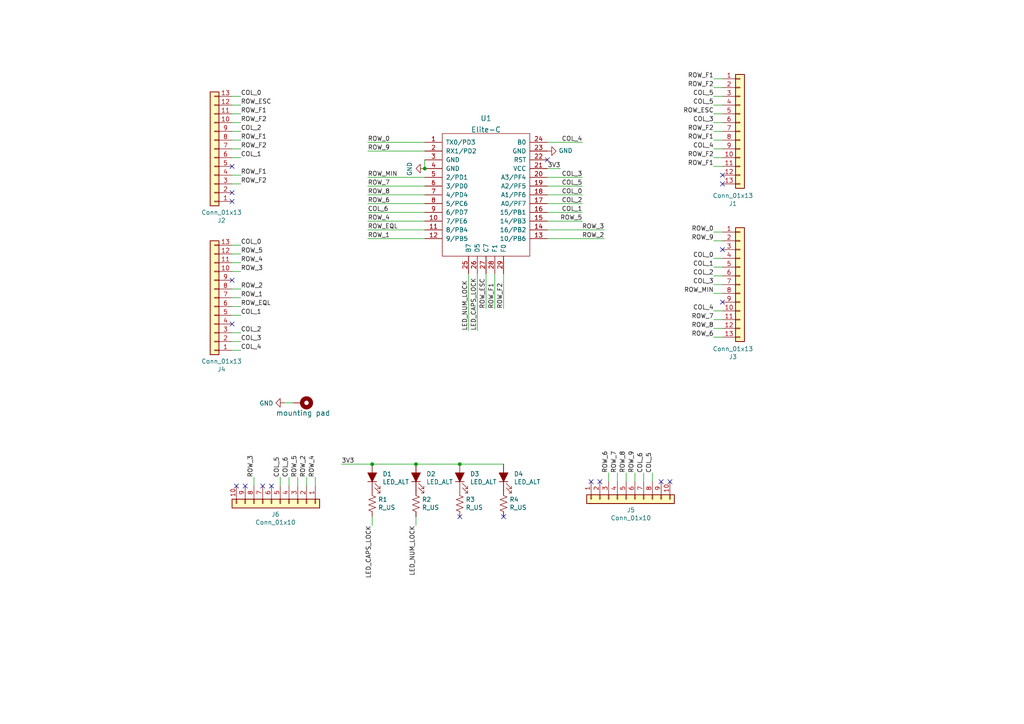
<source format=kicad_sch>
(kicad_sch (version 20211123) (generator eeschema)
  (paper "A4")
  (lib_symbols
    (symbol "Mechanical:MountingHole_Pad" (pin_numbers hide) (pin_names (offset 1.016) hide)
      (property "Reference" "H" (at 0 6.35 0))
      (property "Value" "MountingHole_Pad" (at 0 4.445 0))
      (symbol "MountingHole_Pad_0_1"
        (circle (center 0 1.27) (radius 1.27) (stroke (width 1.27)))
      )
      (symbol "MountingHole_Pad_1_1"
        (pin input line (at 0 -2.54 90) (length 2.54) (name "1") (number "1"))
      )
    )
    (symbol "keebio:Elite-C" (pin_names (offset 1.016))
      (property "Reference" "U" (at 0 0 0))
      (property "Value" "Elite-C" (at 0 2.54 0))
      (symbol "Elite-C_0_1"
        (rectangle (start 12.7 -19.05) (end -12.7 16.51))
      )
      (symbol "Elite-C_1_1"
        (pin input line (at -17.78 13.97 0) (length 5.08) (name "TX0/PD3") (number "1"))
        (pin input line (at -17.78 -8.89 0) (length 5.08) (name "7/PE6") (number "10"))
        (pin input line (at -17.78 -11.43 0) (length 5.08) (name "8/PB4") (number "11"))
        (pin input line (at -17.78 -13.97 0) (length 5.08) (name "9/PB5") (number "12"))
        (pin input line (at 17.78 -13.97 180) (length 5.08) (name "10/PB6") (number "13"))
        (pin input line (at 17.78 -11.43 180) (length 5.08) (name "16/PB2") (number "14"))
        (pin input line (at 17.78 -8.89 180) (length 5.08) (name "14/PB3") (number "15"))
        (pin input line (at 17.78 -6.35 180) (length 5.08) (name "15/PB1") (number "16"))
        (pin input line (at 17.78 -3.81 180) (length 5.08) (name "A0/PF7") (number "17"))
        (pin input line (at 17.78 -1.27 180) (length 5.08) (name "A1/PF6") (number "18"))
        (pin input line (at 17.78 1.27 180) (length 5.08) (name "A2/PF5") (number "19"))
        (pin input line (at -17.78 11.43 0) (length 5.08) (name "RX1/PD2") (number "2"))
        (pin input line (at 17.78 3.81 180) (length 5.08) (name "A3/PF4") (number "20"))
        (pin input line (at 17.78 6.35 180) (length 5.08) (name "VCC") (number "21"))
        (pin input line (at 17.78 8.89 180) (length 5.08) (name "RST") (number "22"))
        (pin input line (at 17.78 11.43 180) (length 5.08) (name "GND") (number "23"))
        (pin input line (at 17.78 13.97 180) (length 5.08) (name "B0") (number "24"))
        (pin input line (at -5.08 -24.13 90) (length 5.08) (name "B7") (number "25"))
        (pin input line (at -2.54 -24.13 90) (length 5.08) (name "D5") (number "26"))
        (pin input line (at 0 -24.13 90) (length 5.08) (name "C7") (number "27"))
        (pin input line (at 2.54 -24.13 90) (length 5.08) (name "F1") (number "28"))
        (pin input line (at 5.08 -24.13 90) (length 5.08) (name "F0") (number "29"))
        (pin input line (at -17.78 8.89 0) (length 5.08) (name "GND") (number "3"))
        (pin input line (at -17.78 6.35 0) (length 5.08) (name "GND") (number "4"))
        (pin input line (at -17.78 3.81 0) (length 5.08) (name "2/PD1") (number "5"))
        (pin input line (at -17.78 1.27 0) (length 5.08) (name "3/PD0") (number "6"))
        (pin input line (at -17.78 -1.27 0) (length 5.08) (name "4/PD4") (number "7"))
        (pin input line (at -17.78 -3.81 0) (length 5.08) (name "5/PC6") (number "8"))
        (pin input line (at -17.78 -6.35 0) (length 5.08) (name "6/PD7") (number "9"))
      )
    )
    (symbol "kicad_port-rescue:Conn_01x10-Connector_Generic" (pin_names (offset 1.016) hide)
      (property "Reference" "J" (at 0 12.7 0))
      (property "Value" "kicad_port-rescue_Conn_01x10-Connector_Generic" (at 0 -15.24 0))
      (symbol "Conn_01x10-Connector_Generic_1_1"
        (rectangle (start -1.27 -12.573) (end 0 -12.827) (stroke (width 0.1524)))
        (rectangle (start -1.27 -10.033) (end 0 -10.287) (stroke (width 0.1524)))
        (rectangle (start -1.27 -7.493) (end 0 -7.747) (stroke (width 0.1524)))
        (rectangle (start -1.27 -4.953) (end 0 -5.207) (stroke (width 0.1524)))
        (rectangle (start -1.27 -2.413) (end 0 -2.667) (stroke (width 0.1524)))
        (rectangle (start -1.27 0.127) (end 0 -0.127) (stroke (width 0.1524)))
        (rectangle (start -1.27 2.667) (end 0 2.413) (stroke (width 0.1524)))
        (rectangle (start -1.27 5.207) (end 0 4.953) (stroke (width 0.1524)))
        (rectangle (start -1.27 7.747) (end 0 7.493) (stroke (width 0.1524)))
        (rectangle (start -1.27 10.287) (end 0 10.033) (stroke (width 0.1524)))
        (rectangle (start -1.27 11.43) (end 1.27 -13.97) (stroke (width 0.254)) (fill (type background)))
        (pin passive line (at -5.08 10.16 0) (length 3.81) (name "Pin_1") (number "1"))
        (pin passive line (at -5.08 -12.7 0) (length 3.81) (name "Pin_10") (number "10"))
        (pin passive line (at -5.08 7.62 0) (length 3.81) (name "Pin_2") (number "2"))
        (pin passive line (at -5.08 5.08 0) (length 3.81) (name "Pin_3") (number "3"))
        (pin passive line (at -5.08 2.54 0) (length 3.81) (name "Pin_4") (number "4"))
        (pin passive line (at -5.08 0 0) (length 3.81) (name "Pin_5") (number "5"))
        (pin passive line (at -5.08 -2.54 0) (length 3.81) (name "Pin_6") (number "6"))
        (pin passive line (at -5.08 -5.08 0) (length 3.81) (name "Pin_7") (number "7"))
        (pin passive line (at -5.08 -7.62 0) (length 3.81) (name "Pin_8") (number "8"))
        (pin passive line (at -5.08 -10.16 0) (length 3.81) (name "Pin_9") (number "9"))
      )
    )
    (symbol "kicad_port-rescue:Conn_01x13-Connector_Generic" (pin_names (offset 1.016) hide)
      (property "Reference" "J" (at 0 17.78 0))
      (property "Value" "kicad_port-rescue_Conn_01x13-Connector_Generic" (at 0 -17.78 0))
      (symbol "Conn_01x13-Connector_Generic_1_1"
        (rectangle (start -1.27 -15.113) (end 0 -15.367) (stroke (width 0.1524)))
        (rectangle (start -1.27 -12.573) (end 0 -12.827) (stroke (width 0.1524)))
        (rectangle (start -1.27 -10.033) (end 0 -10.287) (stroke (width 0.1524)))
        (rectangle (start -1.27 -7.493) (end 0 -7.747) (stroke (width 0.1524)))
        (rectangle (start -1.27 -4.953) (end 0 -5.207) (stroke (width 0.1524)))
        (rectangle (start -1.27 -2.413) (end 0 -2.667) (stroke (width 0.1524)))
        (rectangle (start -1.27 0.127) (end 0 -0.127) (stroke (width 0.1524)))
        (rectangle (start -1.27 2.667) (end 0 2.413) (stroke (width 0.1524)))
        (rectangle (start -1.27 5.207) (end 0 4.953) (stroke (width 0.1524)))
        (rectangle (start -1.27 7.747) (end 0 7.493) (stroke (width 0.1524)))
        (rectangle (start -1.27 10.287) (end 0 10.033) (stroke (width 0.1524)))
        (rectangle (start -1.27 12.827) (end 0 12.573) (stroke (width 0.1524)))
        (rectangle (start -1.27 15.367) (end 0 15.113) (stroke (width 0.1524)))
        (rectangle (start -1.27 16.51) (end 1.27 -16.51) (stroke (width 0.254)) (fill (type background)))
        (pin passive line (at -5.08 15.24 0) (length 3.81) (name "Pin_1") (number "1"))
        (pin passive line (at -5.08 -7.62 0) (length 3.81) (name "Pin_10") (number "10"))
        (pin passive line (at -5.08 -10.16 0) (length 3.81) (name "Pin_11") (number "11"))
        (pin passive line (at -5.08 -12.7 0) (length 3.81) (name "Pin_12") (number "12"))
        (pin passive line (at -5.08 -15.24 0) (length 3.81) (name "Pin_13") (number "13"))
        (pin passive line (at -5.08 12.7 0) (length 3.81) (name "Pin_2") (number "2"))
        (pin passive line (at -5.08 10.16 0) (length 3.81) (name "Pin_3") (number "3"))
        (pin passive line (at -5.08 7.62 0) (length 3.81) (name "Pin_4") (number "4"))
        (pin passive line (at -5.08 5.08 0) (length 3.81) (name "Pin_5") (number "5"))
        (pin passive line (at -5.08 2.54 0) (length 3.81) (name "Pin_6") (number "6"))
        (pin passive line (at -5.08 0 0) (length 3.81) (name "Pin_7") (number "7"))
        (pin passive line (at -5.08 -2.54 0) (length 3.81) (name "Pin_8") (number "8"))
        (pin passive line (at -5.08 -5.08 0) (length 3.81) (name "Pin_9") (number "9"))
      )
    )
    (symbol "kicad_port-rescue:GND-power" (power) (pin_names (offset 0))
      (property "Value" "kicad_port-rescue_GND-power" (at 0 -3.81 0))
      (symbol "GND-power_0_1"
        (polyline (pts (xy 0 0) (xy 0 -1.27) (xy 1.27 -1.27) (xy 0 -2.54) (xy -1.27 -1.27) (xy 0 -1.27)))
      )
      (symbol "GND-power_1_1"
        (pin power_in line (at 0 0 270) (length 0) hide (name "GND") (number "1"))
      )
    )
    (symbol "kicad_port-rescue:LED_ALT-Device" (pin_numbers hide) (pin_names (offset 1.016) hide)
      (property "Reference" "D" (at 0 2.54 0))
      (property "Value" "kicad_port-rescue_LED_ALT-Device" (at 0 -2.54 0))
      (symbol "LED_ALT-Device_0_1"
        (polyline (pts (xy -1.27 -1.27) (xy -1.27 1.27)) (stroke (width 0.2032)))
        (polyline (pts (xy -1.27 0) (xy 1.27 0)))
        (polyline (pts (xy 1.27 -1.27) (xy 1.27 1.27) (xy -1.27 0) (xy 1.27 -1.27)) (stroke (width 0.2032)) (fill (type outline)))
        (polyline (pts (xy -3.048 -0.762) (xy -4.572 -2.286) (xy -3.81 -2.286) (xy -4.572 -2.286) (xy -4.572 -1.524)))
        (polyline (pts (xy -1.778 -0.762) (xy -3.302 -2.286) (xy -2.54 -2.286) (xy -3.302 -2.286) (xy -3.302 -1.524)))
      )
      (symbol "LED_ALT-Device_1_1"
        (pin passive line (at -3.81 0 0) (length 2.54) (name "K") (number "1"))
        (pin passive line (at 3.81 0 180) (length 2.54) (name "A") (number "2"))
      )
    )
    (symbol "kicad_port-rescue:R_US-Device" (pin_numbers hide) (pin_names (offset 0))
      (property "Reference" "R" (at 2.54 0 90))
      (property "Value" "kicad_port-rescue_R_US-Device" (at -2.54 0 90))
      (symbol "R_US-Device_0_1"
        (polyline (pts (xy 0 -2.286) (xy 0 -2.54)))
        (polyline (pts (xy 0 2.286) (xy 0 2.54)))
        (polyline (pts (xy 0 -0.762) (xy 1.016 -1.143) (xy 0 -1.524) (xy -1.016 -1.905) (xy 0 -2.286)))
        (polyline (pts (xy 0 0.762) (xy 1.016 0.381) (xy 0 0) (xy -1.016 -0.381) (xy 0 -0.762)))
        (polyline (pts (xy 0 2.286) (xy 1.016 1.905) (xy 0 1.524) (xy -1.016 1.143) (xy 0 0.762)))
      )
      (symbol "R_US-Device_1_1"
        (pin passive line (at 0 3.81 270) (length 1.27) (name "~") (number "1"))
        (pin passive line (at 0 -3.81 90) (length 1.27) (name "~") (number "2"))
      )
    )
    (symbol "power:GND" (power) (pin_names (offset 0))
      (property "Value" "GND" (at 0 -3.81 0))
      (symbol "GND_0_1"
        (polyline (pts (xy 0 0) (xy 0 -1.27) (xy 1.27 -1.27) (xy 0 -2.54) (xy -1.27 -1.27) (xy 0 -1.27)))
      )
      (symbol "GND_1_1"
        (pin power_in line (at 0 0 270) (length 0) hide (name "GND") (number "1"))
      )
    )
  )
  (junction (at 133.35 134.62))
  (junction (at 120.65 134.62))
  (junction (at 107.95 134.62))
  (junction (at 123.19 48.895))
  (no_connect (at 78.74 140.97))
  (no_connect (at 67.31 58.42))
  (no_connect (at 67.31 81.28))
  (no_connect (at 67.31 55.88))
  (no_connect (at 209.55 87.63))
  (no_connect (at 76.2 140.97))
  (no_connect (at 209.55 53.34))
  (no_connect (at 209.55 50.8))
  (no_connect (at 67.31 48.26))
  (no_connect (at 171.45 139.7))
  (no_connect (at 68.58 140.97))
  (no_connect (at 67.31 93.98))
  (no_connect (at 191.77 139.7))
  (no_connect (at 71.12 140.97))
  (no_connect (at 158.75 46.355))
  (no_connect (at 194.31 139.7))
  (no_connect (at 209.55 72.39))
  (no_connect (at 173.99 139.7))
  (no_connect (at 133.35 149.86))
  (no_connect (at 146.05 149.86))
  (wire (pts (xy 143.51 79.375) (xy 143.51 89.535)))
  (wire (pts (xy 67.31 96.52) (xy 69.85 96.52)))
  (wire (pts (xy 106.68 64.135) (xy 123.19 64.135)))
  (wire (pts (xy 207.01 43.18) (xy 209.55 43.18)))
  (wire (pts (xy 67.31 99.06) (xy 69.85 99.06)))
  (wire (pts (xy 67.31 91.44) (xy 69.85 91.44)))
  (wire (pts (xy 107.95 134.62) (xy 120.65 134.62)))
  (wire (pts (xy 88.9 140.97) (xy 88.9 138.43)))
  (wire (pts (xy 123.19 46.355) (xy 123.19 48.895)))
  (wire (pts (xy 158.75 61.595) (xy 168.91 61.595)))
  (wire (pts (xy 158.75 41.275) (xy 168.91 41.275)))
  (wire (pts (xy 67.31 45.72) (xy 69.85 45.72)))
  (wire (pts (xy 158.75 64.135) (xy 168.91 64.135)))
  (wire (pts (xy 207.01 85.09) (xy 209.55 85.09)))
  (wire (pts (xy 207.01 45.72) (xy 209.55 45.72)))
  (wire (pts (xy 73.66 140.97) (xy 73.66 138.43)))
  (wire (pts (xy 133.35 134.62) (xy 146.05 134.62)))
  (wire (pts (xy 207.01 97.79) (xy 209.55 97.79)))
  (wire (pts (xy 158.75 51.435) (xy 168.91 51.435)))
  (wire (pts (xy 158.75 56.515) (xy 168.91 56.515)))
  (wire (pts (xy 67.31 50.8) (xy 69.85 50.8)))
  (wire (pts (xy 207.01 92.71) (xy 209.55 92.71)))
  (wire (pts (xy 83.82 140.97) (xy 83.82 138.43)))
  (wire (pts (xy 120.65 134.62) (xy 133.35 134.62)))
  (wire (pts (xy 67.31 40.64) (xy 69.85 40.64)))
  (wire (pts (xy 158.75 53.975) (xy 168.91 53.975)))
  (wire (pts (xy 67.31 38.1) (xy 69.85 38.1)))
  (wire (pts (xy 67.31 43.18) (xy 69.85 43.18)))
  (wire (pts (xy 207.01 82.55) (xy 209.55 82.55)))
  (wire (pts (xy 186.69 139.7) (xy 186.69 137.16)))
  (wire (pts (xy 81.28 140.97) (xy 81.28 138.43)))
  (wire (pts (xy 207.01 69.85) (xy 209.55 69.85)))
  (wire (pts (xy 140.97 79.375) (xy 140.97 89.535)))
  (wire (pts (xy 181.61 139.7) (xy 181.61 137.16)))
  (wire (pts (xy 207.01 74.93) (xy 209.55 74.93)))
  (wire (pts (xy 67.31 33.02) (xy 69.85 33.02)))
  (wire (pts (xy 67.31 83.82) (xy 69.85 83.82)))
  (wire (pts (xy 138.43 95.885) (xy 138.43 79.375)))
  (wire (pts (xy 67.31 78.74) (xy 69.85 78.74)))
  (wire (pts (xy 146.05 79.375) (xy 146.05 89.535)))
  (wire (pts (xy 135.89 95.885) (xy 135.89 79.375)))
  (wire (pts (xy 123.19 41.275) (xy 106.68 41.275)))
  (wire (pts (xy 207.01 67.31) (xy 209.55 67.31)))
  (wire (pts (xy 67.31 53.34) (xy 69.85 53.34)))
  (wire (pts (xy 106.68 69.215) (xy 123.19 69.215)))
  (wire (pts (xy 207.01 90.17) (xy 209.55 90.17)))
  (wire (pts (xy 207.01 95.25) (xy 209.55 95.25)))
  (wire (pts (xy 207.01 40.64) (xy 209.55 40.64)))
  (wire (pts (xy 158.75 59.055) (xy 168.91 59.055)))
  (wire (pts (xy 207.01 48.26) (xy 209.55 48.26)))
  (wire (pts (xy 175.26 66.675) (xy 158.75 66.675)))
  (wire (pts (xy 67.31 35.56) (xy 69.85 35.56)))
  (wire (pts (xy 86.36 140.97) (xy 86.36 138.43)))
  (wire (pts (xy 162.56 48.895) (xy 158.75 48.895)))
  (wire (pts (xy 67.31 86.36) (xy 69.85 86.36)))
  (wire (pts (xy 207.01 27.94) (xy 209.55 27.94)))
  (wire (pts (xy 106.68 43.815) (xy 123.19 43.815)))
  (wire (pts (xy 106.68 56.515) (xy 123.19 56.515)))
  (wire (pts (xy 176.53 139.7) (xy 176.53 137.16)))
  (wire (pts (xy 67.31 88.9) (xy 69.85 88.9)))
  (wire (pts (xy 207.01 30.48) (xy 209.55 30.48)))
  (wire (pts (xy 106.68 51.435) (xy 123.19 51.435)))
  (wire (pts (xy 207.01 25.4) (xy 209.55 25.4)))
  (wire (pts (xy 99.06 134.62) (xy 107.95 134.62)))
  (wire (pts (xy 107.95 152.4) (xy 107.95 149.86)))
  (wire (pts (xy 91.44 140.97) (xy 91.44 138.43)))
  (wire (pts (xy 207.01 38.1) (xy 209.55 38.1)))
  (wire (pts (xy 106.68 61.595) (xy 123.19 61.595)))
  (wire (pts (xy 67.31 27.94) (xy 69.85 27.94)))
  (wire (pts (xy 67.31 101.6) (xy 69.85 101.6)))
  (wire (pts (xy 189.23 139.7) (xy 189.23 137.16)))
  (wire (pts (xy 106.68 53.975) (xy 123.19 53.975)))
  (wire (pts (xy 67.31 73.66) (xy 69.85 73.66)))
  (wire (pts (xy 67.31 71.12) (xy 69.85 71.12)))
  (wire (pts (xy 207.01 77.47) (xy 209.55 77.47)))
  (wire (pts (xy 179.07 139.7) (xy 179.07 137.16)))
  (wire (pts (xy 207.01 33.02) (xy 209.55 33.02)))
  (wire (pts (xy 184.15 139.7) (xy 184.15 137.16)))
  (wire (pts (xy 106.68 59.055) (xy 123.19 59.055)))
  (wire (pts (xy 207.01 80.01) (xy 209.55 80.01)))
  (wire (pts (xy 67.31 76.2) (xy 69.85 76.2)))
  (wire (pts (xy 67.31 30.48) (xy 69.85 30.48)))
  (wire (pts (xy 106.68 66.675) (xy 123.19 66.675)))
  (wire (pts (xy 207.01 22.86) (xy 209.55 22.86)))
  (wire (pts (xy 120.65 152.4) (xy 120.65 149.86)))
  (wire (pts (xy 175.26 69.215) (xy 158.75 69.215)))
  (wire (pts (xy 207.01 35.56) (xy 209.55 35.56)))
  (wire (pts (xy 82.55 116.84) (xy 85.09 116.84)))
  (label "COL_2" (at 69.85 38.1 0))
  (label "ROW_5" (at 69.85 73.66 0))
  (label "ROW_ESC" (at 69.85 30.48 0))
  (label "COL_4" (at 69.85 101.6 0))
  (label "ROW_F2" (at 69.85 53.34 0))
  (label "COL_3" (at 168.91 51.435 180))
  (label "LED_NUM_LOCK" (at 120.65 152.4 270))
  (label "ROW_F2" (at 69.85 35.56 0))
  (label "COL_6" (at 83.82 138.43 90))
  (label "COL_2" (at 207.01 80.01 180))
  (label "ROW_9" (at 207.01 69.85 180))
  (label "COL_1" (at 207.01 77.47 180))
  (label "COL_3" (at 207.01 35.56 180))
  (label "COL_4" (at 168.91 41.275 180))
  (label "ROW_9" (at 106.68 43.815 0))
  (label "ROW_F1" (at 207.01 22.86 180))
  (label "ROW_F1" (at 69.85 50.8 0))
  (label "ROW_F1" (at 69.85 40.64 0))
  (label "ROW_2" (at 88.9 138.43 90))
  (label "ROW_1" (at 106.68 69.215 0))
  (label "COL_5" (at 207.01 30.48 180))
  (label "ROW_6" (at 207.01 97.79 180))
  (label "COL_0" (at 168.91 56.515 180))
  (label "COL_3" (at 207.01 82.55 180))
  (label "3V3" (at 99.06 134.62 0))
  (label "ROW_8" (at 207.01 95.25 180))
  (label "ROW_F1" (at 143.51 89.535 90))
  (label "ROW_6" (at 176.53 137.16 90))
  (label "COL_6" (at 186.69 137.16 90))
  (label "ROW_EQL" (at 106.68 66.675 0))
  (label "COL_6" (at 106.68 61.595 0))
  (label "ROW_7" (at 207.01 92.71 180))
  (label "COL_5" (at 189.23 137.16 90))
  (label "ROW_5" (at 168.91 64.135 180))
  (label "ROW_F1" (at 69.85 33.02 0))
  (label "ROW_MIN" (at 106.68 51.435 0))
  (label "COL_1" (at 168.91 61.595 180))
  (label "ROW_2" (at 69.85 83.82 0))
  (label "ROW_0" (at 106.68 41.275 0))
  (label "ROW_F2" (at 207.01 38.1 180))
  (label "COL_3" (at 69.85 99.06 0))
  (label "ROW_7" (at 106.68 53.975 0))
  (label "ROW_F1" (at 207.01 40.64 180))
  (label "ROW_EQL" (at 69.85 88.9 0))
  (label "LED_NUM_LOCK" (at 135.89 95.885 90))
  (label "ROW_3" (at 175.26 66.675 180))
  (label "LED_CAPS_LOCK" (at 138.43 95.885 90))
  (label "ROW_ESC" (at 140.97 89.535 90))
  (label "ROW_9" (at 184.15 137.16 90))
  (label "ROW_2" (at 175.26 69.215 180))
  (label "ROW_0" (at 207.01 67.31 180))
  (label "LED_CAPS_LOCK" (at 107.95 152.4 270))
  (label "ROW_6" (at 106.68 59.055 0))
  (label "ROW_F1" (at 207.01 48.26 180))
  (label "ROW_MIN" (at 207.01 85.09 180))
  (label "COL_5" (at 168.91 53.975 180))
  (label "ROW_8" (at 181.61 137.16 90))
  (label "ROW_F2" (at 146.05 89.535 90))
  (label "ROW_ESC" (at 207.01 33.02 180))
  (label "ROW_3" (at 73.66 138.43 90))
  (label "COL_4" (at 207.01 43.18 180))
  (label "COL_1" (at 69.85 91.44 0))
  (label "ROW_F2" (at 207.01 25.4 180))
  (label "COL_5" (at 207.01 27.94 180))
  (label "ROW_F2" (at 207.01 45.72 180))
  (label "ROW_1" (at 69.85 86.36 0))
  (label "ROW_8" (at 106.68 56.515 0))
  (label "COL_1" (at 69.85 45.72 0))
  (label "ROW_3" (at 69.85 78.74 0))
  (label "COL_0" (at 69.85 27.94 0))
  (label "ROW_4" (at 69.85 76.2 0))
  (label "3V3" (at 162.56 48.895 180))
  (label "ROW_4" (at 106.68 64.135 0))
  (label "COL_4" (at 207.01 90.17 180))
  (label "COL_2" (at 168.91 59.055 180))
  (label "ROW_F2" (at 69.85 43.18 0))
  (label "COL_5" (at 81.28 138.43 90))
  (label "COL_2" (at 69.85 96.52 0))
  (label "COL_0" (at 69.85 71.12 0))
  (label "ROW_5" (at 86.36 138.43 90))
  (label "COL_0" (at 207.01 74.93 180))
  (label "ROW_7" (at 179.07 137.16 90))
  (label "ROW_4" (at 91.44 138.43 90))
  (symbol (lib_id "kicad_port-rescue:Conn_01x13-Connector_Generic") (at 62.23 86.36 180) (unit 1)
    (property "Reference" "J4" (at 64.262 107.1118 0))
    (property "Value" "Conn_01x13" (at 64.262 104.8004 0))
    (property "Footprint" "kinesisMod_board_connectors:Molex_039532134" (effects hide))
  )
  (symbol (lib_id "kicad_port-rescue:Conn_01x13-Connector_Generic") (at 214.63 82.55 0) (unit 1)
    (property "Reference" "J3" (at 212.5726 103.505 0))
    (property "Value" "Conn_01x13" (at 212.5726 101.1936 0))
    (property "Footprint" "kinesisMod_board_connectors:Molex_039532134" (effects hide))
  )
  (symbol (lib_id "kicad_port-rescue:Conn_01x10-Connector_Generic") (at 81.28 146.05 270) (unit 1)
    (property "Reference" "J6" (at 79.9084 149.1996 90))
    (property "Value" "Conn_01x10" (at 79.9084 151.511 90))
    (property "Footprint" "Pin_Headers:Pin_Header_Straight_1x10_Pitch2.54mm" (effects hide))
  )
  (symbol (lib_id "kicad_port-rescue:Conn_01x10-Connector_Generic") (at 181.61 144.78 90) (mirror x) (unit 1)
    (property "Reference" "J5" (at 182.9816 147.9296 90))
    (property "Value" "Conn_01x10" (at 182.9816 150.241 90))
    (property "Footprint" "Pin_Headers:Pin_Header_Straight_1x10_Pitch2.54mm" (effects hide))
  )
  (symbol (lib_id "kicad_port-rescue:Conn_01x13-Connector_Generic") (at 62.23 43.18 180) (unit 1)
    (property "Reference" "J2" (at 64.262 63.9318 0))
    (property "Value" "Conn_01x13" (at 64.262 61.6204 0))
    (property "Footprint" "kinesisMod_board_connectors:Molex_0039532135" (effects hide))
  )
  (symbol (lib_id "kicad_port-rescue:Conn_01x13-Connector_Generic") (at 214.63 38.1 0) (unit 1)
    (property "Reference" "J1" (at 212.5726 59.055 0))
    (property "Value" "Conn_01x13" (at 212.5726 56.7436 0))
    (property "Footprint" "kinesisMod_board_connectors:Molex_0039532135" (effects hide))
  )
  (symbol (lib_id "kicad_port-rescue:LED_ALT-Device") (at 107.95 138.43 90) (unit 1)
    (property "Reference" "D1" (at 110.9472 137.4648 90) (effects (justify right)))
    (property "Value" "LED_ALT" (at 110.9472 139.7762 90) (effects (justify right)))
    (property "Footprint" "LED_THT:LED_D3.0mm" (effects hide))
  )
  (symbol (lib_id "kicad_port-rescue:LED_ALT-Device") (at 120.65 138.43 90) (unit 1)
    (property "Reference" "D2" (at 123.6472 137.4648 90) (effects (justify right)))
    (property "Value" "LED_ALT" (at 123.6472 139.7762 90) (effects (justify right)))
    (property "Footprint" "LED_THT:LED_D3.0mm" (effects hide))
  )
  (symbol (lib_id "kicad_port-rescue:LED_ALT-Device") (at 133.35 138.43 90) (unit 1)
    (property "Reference" "D3" (at 136.3472 137.4648 90) (effects (justify right)))
    (property "Value" "LED_ALT" (at 136.3472 139.7762 90) (effects (justify right)))
    (property "Footprint" "LED_THT:LED_D3.0mm" (effects hide))
  )
  (symbol (lib_id "kicad_port-rescue:LED_ALT-Device") (at 146.05 138.43 90) (unit 1)
    (property "Reference" "D4" (at 149.0472 137.4648 90) (effects (justify right)))
    (property "Value" "LED_ALT" (at 149.0472 139.7762 90) (effects (justify right)))
    (property "Footprint" "LED_THT:LED_D3.0mm" (effects hide))
  )
  (symbol (lib_id "kicad_port-rescue:R_US-Device") (at 120.65 146.05 0) (unit 1)
    (property "Reference" "R2" (at 122.3772 144.8816 0) (effects (justify left)))
    (property "Value" "R_US" (at 122.3772 147.193 0) (effects (justify left)))
    (property "Footprint" "Resistor_THT:R_Axial_DIN0204_L3.6mm_D1.6mm_P5.08mm_Horizontal" (effects hide))
  )
  (symbol (lib_id "kicad_port-rescue:R_US-Device") (at 107.95 146.05 0) (unit 1)
    (property "Reference" "R1" (at 109.6772 144.8816 0) (effects (justify left)))
    (property "Value" "R_US" (at 109.6772 147.193 0) (effects (justify left)))
    (property "Footprint" "Resistor_THT:R_Axial_DIN0204_L3.6mm_D1.6mm_P5.08mm_Horizontal" (effects hide))
  )
  (symbol (lib_id "kicad_port-rescue:R_US-Device") (at 133.35 146.05 0) (unit 1)
    (property "Reference" "R3" (at 135.0772 144.8816 0) (effects (justify left)))
    (property "Value" "R_US" (at 135.0772 147.193 0) (effects (justify left)))
    (property "Footprint" "Resistor_THT:R_Axial_DIN0204_L3.6mm_D1.6mm_P5.08mm_Horizontal" (effects hide))
  )
  (symbol (lib_id "kicad_port-rescue:R_US-Device") (at 146.05 146.05 0) (unit 1)
    (property "Reference" "R4" (at 147.7772 144.8816 0) (effects (justify left)))
    (property "Value" "R_US" (at 147.7772 147.193 0) (effects (justify left)))
    (property "Footprint" "Resistor_THT:R_Axial_DIN0204_L3.6mm_D1.6mm_P5.08mm_Horizontal" (effects hide))
  )
  (symbol (lib_id "kicad_port-rescue:GND-power") (at 123.19 48.895 270) (unit 1)
    (property "Reference" "#PWR0106" (effects hide))
    (property "Value" "GND" (at 118.7958 49.022 0))
  )
  (symbol (lib_id "Mechanical:MountingHole_Pad") (at 87.63 116.84 270) (unit 1)
    (property "Reference" "H1" (effects hide))
    (property "Value" "mounting pad" (at 80.01 120.65 90) (effects (font (size 1.4986 1.4986)) (justify left bottom)))
    (property "Footprint" "MountingHole:MountingHole_4.3mm_M4_Pad" (effects hide))
  )
  (symbol (lib_id "power:GND") (at 82.55 116.84 270) (unit 1)
    (property "Reference" "#PWR0101" (effects hide))
    (property "Value" "GND" (at 79.2988 116.967 90) (effects (justify right)))
  )
  (symbol (lib_id "kicad_port-rescue:GND-power") (at 158.75 43.815 90) (unit 1)
    (property "Reference" "#PWR0102" (effects hide))
    (property "Value" "GND" (at 162.0012 43.688 90) (effects (justify right)))
  )
  (symbol (lib_id "keebio:Elite-C") (at 140.97 55.245 0) (unit 1)
    (property "Reference" "U1" (at 140.97 34.3311 0) (effects (font (size 1.524 1.524))))
    (property "Value" "Elite-C" (at 140.97 37.6101 0) (effects (font (size 1.524 1.524))))
  )
)
</source>
